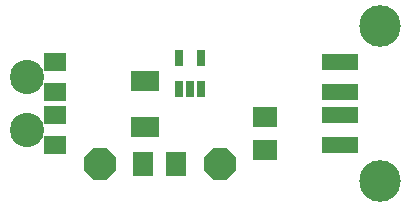
<source format=gbr>
G04 EAGLE Gerber RS-274X export*
G75*
%MOMM*%
%FSLAX34Y34*%
%LPD*%
%INSoldermask Top*%
%IPPOS*%
%AMOC8*
5,1,8,0,0,1.08239X$1,22.5*%
G01*
%ADD10P,2.969212X8X22.500000*%
%ADD11R,0.762000X1.473200*%
%ADD12R,2.006200X1.803200*%
%ADD13R,1.803200X2.006200*%
%ADD14R,2.403200X1.803200*%
%ADD15C,2.903200*%
%ADD16R,1.903200X1.503200*%
%ADD17C,3.519200*%
%ADD18R,3.083200X1.323200*%


D10*
X114300Y355600D03*
X215900Y355600D03*
D11*
X181102Y418846D03*
X190500Y418846D03*
X199898Y418846D03*
X199898Y444754D03*
X181102Y444754D03*
D12*
X254000Y395220D03*
X254000Y366780D03*
D13*
X150880Y355600D03*
X179320Y355600D03*
D14*
X152400Y425900D03*
X152400Y386900D03*
D15*
X52700Y383900D03*
X52700Y428900D03*
D16*
X76200Y396400D03*
X76200Y416400D03*
X76200Y371400D03*
X76200Y441400D03*
D17*
X352000Y340650D03*
X352000Y472150D03*
D18*
X317500Y371400D03*
X317500Y441400D03*
X317500Y396400D03*
X317500Y416400D03*
M02*

</source>
